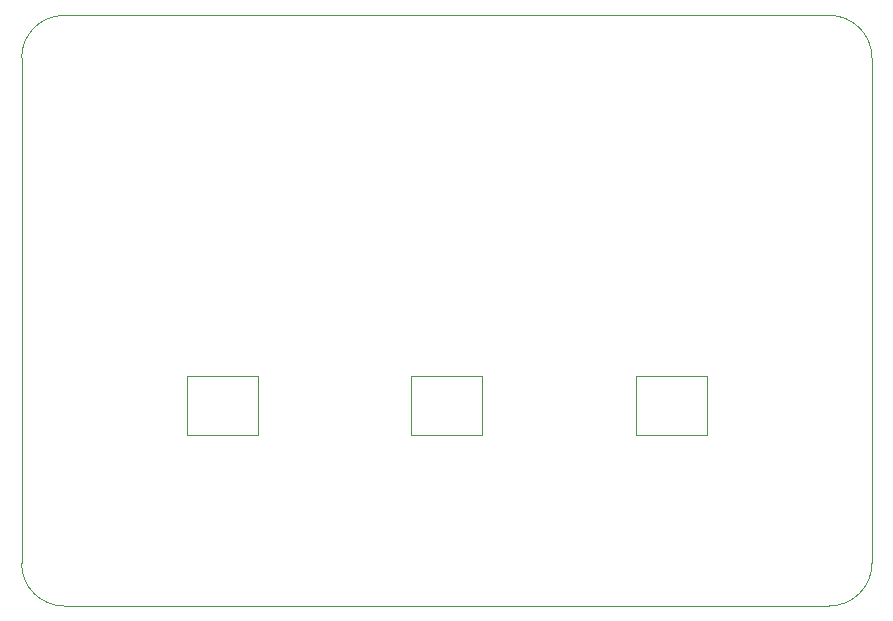
<source format=gbr>
%TF.GenerationSoftware,KiCad,Pcbnew,9.0.6*%
%TF.CreationDate,2025-12-26T19:16:25+05:30*%
%TF.ProjectId,HEpad,48457061-642e-46b6-9963-61645f706362,rev?*%
%TF.SameCoordinates,Original*%
%TF.FileFunction,Profile,NP*%
%FSLAX46Y46*%
G04 Gerber Fmt 4.6, Leading zero omitted, Abs format (unit mm)*
G04 Created by KiCad (PCBNEW 9.0.6) date 2025-12-26 19:16:25*
%MOMM*%
%LPD*%
G01*
G04 APERTURE LIST*
%TA.AperFunction,Profile*%
%ADD10C,0.050000*%
%TD*%
G04 APERTURE END LIST*
D10*
X106000000Y-120900000D02*
X106000000Y-78100000D01*
X109600000Y-74500000D02*
X174400000Y-74500000D01*
X158000000Y-105000000D02*
X164000000Y-105000000D01*
X164000000Y-110000000D01*
X158000000Y-110000000D01*
X158000000Y-105000000D01*
X178000000Y-120900000D02*
G75*
G02*
X174400000Y-124500000I-3600000J0D01*
G01*
X120000000Y-105000000D02*
X126000000Y-105000000D01*
X126000000Y-110000000D01*
X120000000Y-110000000D01*
X120000000Y-105000000D01*
X174400000Y-74500000D02*
G75*
G02*
X178000000Y-78100000I0J-3600000D01*
G01*
X106000000Y-78100000D02*
G75*
G02*
X109600000Y-74500000I3600000J0D01*
G01*
X109600000Y-124500000D02*
G75*
G02*
X106000000Y-120900000I0J3600000D01*
G01*
X139000000Y-105000000D02*
X145000000Y-105000000D01*
X145000000Y-110000000D01*
X139000000Y-110000000D01*
X139000000Y-105000000D01*
X178000000Y-78100000D02*
X178000000Y-120900000D01*
X174400000Y-124500000D02*
X109600000Y-124500000D01*
M02*

</source>
